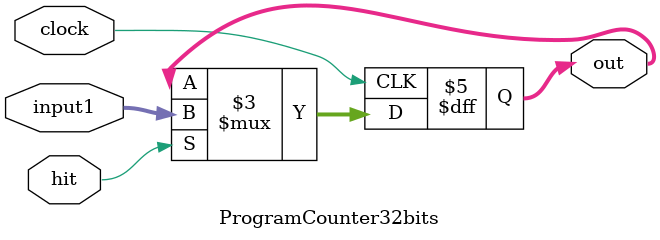
<source format=v>
`timescale 1ns / 1ps
module ProgramCounter32bits(
    input [31:0] input1,
    input clock,
    input hit,
    output reg [31:0] out
    );

    always @(negedge clock)
    begin
	if (hit)
		out = input1;
    end

endmodule

</source>
